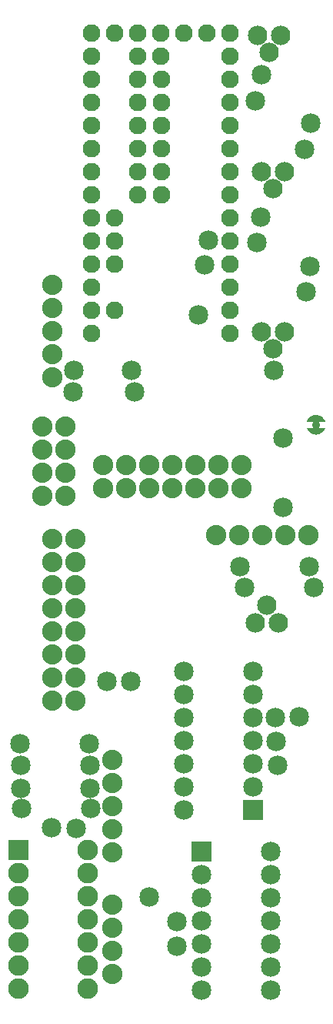
<source format=gbs>
G04 MADE WITH FRITZING*
G04 WWW.FRITZING.ORG*
G04 DOUBLE SIDED*
G04 HOLES PLATED*
G04 CONTOUR ON CENTER OF CONTOUR VECTOR*
%ASAXBY*%
%FSLAX23Y23*%
%MOIN*%
%OFA0B0*%
%SFA1.0B1.0*%
%ADD10C,0.088000*%
%ADD11C,0.085000*%
%ADD12C,0.089370*%
%ADD13C,0.084000*%
%ADD14C,0.035000*%
%ADD15C,0.076667*%
%ADD16R,0.089370X0.089370*%
%ADD17R,0.085000X0.085000*%
%ADD18R,0.001000X0.001000*%
%LNMASK0*%
G90*
G70*
G54D10*
X237Y3210D03*
X237Y3110D03*
X237Y3010D03*
X237Y2910D03*
X237Y2810D03*
X458Y2330D03*
X558Y2330D03*
X658Y2330D03*
X758Y2330D03*
X858Y2330D03*
X958Y2330D03*
X1058Y2330D03*
X458Y2330D03*
X558Y2330D03*
X658Y2330D03*
X758Y2330D03*
X858Y2330D03*
X958Y2330D03*
X1058Y2330D03*
X1058Y2430D03*
X958Y2430D03*
X858Y2430D03*
X758Y2430D03*
X658Y2430D03*
X558Y2430D03*
X458Y2430D03*
G54D11*
X330Y2841D03*
X580Y2841D03*
X328Y2748D03*
X593Y2748D03*
G54D10*
X237Y2109D03*
X237Y2009D03*
X237Y1909D03*
X237Y1809D03*
X237Y1709D03*
X237Y1609D03*
X237Y1509D03*
X237Y1409D03*
X237Y2109D03*
X237Y2009D03*
X237Y1909D03*
X237Y1809D03*
X237Y1709D03*
X237Y1609D03*
X237Y1509D03*
X237Y1409D03*
X337Y1409D03*
X337Y1509D03*
X337Y1609D03*
X337Y1709D03*
X337Y1809D03*
X337Y1909D03*
X337Y2009D03*
X337Y2109D03*
G54D12*
X89Y762D03*
X389Y762D03*
X89Y662D03*
X389Y662D03*
X89Y562D03*
X389Y562D03*
X89Y462D03*
X389Y462D03*
X89Y362D03*
X389Y362D03*
X89Y262D03*
X389Y262D03*
X89Y162D03*
X389Y162D03*
G54D10*
X292Y2295D03*
X292Y2395D03*
X292Y2495D03*
X292Y2595D03*
X292Y2295D03*
X292Y2395D03*
X292Y2495D03*
X292Y2595D03*
X192Y2595D03*
X192Y2495D03*
X192Y2395D03*
X192Y2295D03*
G54D11*
X577Y1494D03*
X341Y857D03*
G54D13*
X1226Y4291D03*
X1176Y4216D03*
X1126Y4291D03*
G54D11*
X778Y348D03*
X1203Y1336D03*
G54D13*
X1244Y3701D03*
X1194Y3626D03*
X1144Y3701D03*
G54D11*
X1208Y1232D03*
X777Y454D03*
G54D13*
X1116Y1747D03*
X1166Y1822D03*
X1216Y1747D03*
G54D11*
X869Y3081D03*
X656Y561D03*
G54D13*
X1242Y3007D03*
X1192Y2932D03*
X1142Y3007D03*
G54D11*
X897Y3295D03*
X1213Y1129D03*
X1329Y3796D03*
X1117Y4008D03*
X914Y3403D03*
X1306Y1339D03*
X1337Y3181D03*
X1124Y3393D03*
X232Y859D03*
X472Y1493D03*
X1350Y1989D03*
X1050Y1989D03*
X1237Y2246D03*
X1237Y2546D03*
X1143Y4121D03*
X1355Y3909D03*
X1140Y3504D03*
X1352Y3291D03*
X1071Y1900D03*
X1371Y1900D03*
X1196Y2840D03*
G54D14*
X1381Y2604D03*
G54D11*
X403Y943D03*
X103Y943D03*
X399Y1031D03*
X99Y1031D03*
X401Y1129D03*
X101Y1129D03*
X398Y1223D03*
X98Y1223D03*
X1106Y937D03*
X806Y937D03*
X1106Y1037D03*
X806Y1037D03*
X1106Y1137D03*
X806Y1137D03*
X1106Y1237D03*
X806Y1237D03*
X1106Y1337D03*
X806Y1337D03*
X1106Y1437D03*
X806Y1437D03*
X1106Y1537D03*
X806Y1537D03*
X882Y758D03*
X1182Y758D03*
X882Y658D03*
X1182Y658D03*
X882Y558D03*
X1182Y558D03*
X882Y458D03*
X1182Y458D03*
X882Y358D03*
X1182Y358D03*
X882Y258D03*
X1182Y258D03*
X882Y158D03*
X1182Y158D03*
G54D10*
X497Y228D03*
X497Y328D03*
X497Y428D03*
X497Y528D03*
X947Y2128D03*
X1047Y2128D03*
X1147Y2128D03*
X1247Y2128D03*
X1347Y2128D03*
X497Y753D03*
X497Y853D03*
X497Y953D03*
X497Y1053D03*
X497Y1153D03*
G54D15*
X408Y4300D03*
X408Y4200D03*
X408Y4100D03*
X408Y4000D03*
X408Y3900D03*
X408Y3800D03*
X408Y3700D03*
X408Y3600D03*
X408Y3500D03*
X408Y3400D03*
X408Y3300D03*
X408Y3200D03*
X408Y3100D03*
X408Y3000D03*
X508Y3100D03*
X1008Y4300D03*
X1008Y4200D03*
X1008Y4100D03*
X1008Y4000D03*
X1008Y3900D03*
X1008Y3800D03*
X1008Y3700D03*
X1008Y3600D03*
X1008Y3500D03*
X1008Y3400D03*
X1008Y3300D03*
X1008Y3200D03*
X1008Y3100D03*
X1008Y3000D03*
X508Y3400D03*
X508Y3300D03*
X508Y3500D03*
X808Y4300D03*
X908Y4300D03*
X708Y4300D03*
X508Y4300D03*
X608Y4300D03*
X408Y4300D03*
X408Y4200D03*
X408Y4100D03*
X408Y4000D03*
X408Y3900D03*
X408Y3800D03*
X408Y3700D03*
X408Y3600D03*
X408Y3500D03*
X408Y3400D03*
X408Y3300D03*
X408Y3200D03*
X408Y3100D03*
X408Y3000D03*
X508Y3100D03*
X1008Y4300D03*
X1008Y4200D03*
X1008Y4100D03*
X1008Y4000D03*
X1008Y3900D03*
X1008Y3800D03*
X1008Y3700D03*
X1008Y3600D03*
X1008Y3500D03*
X1008Y3400D03*
X1008Y3300D03*
X1008Y3200D03*
X1008Y3100D03*
X1008Y3000D03*
X508Y3400D03*
X508Y3300D03*
X508Y3500D03*
X808Y4300D03*
X908Y4300D03*
X708Y4300D03*
X508Y4300D03*
X608Y4300D03*
X608Y4200D03*
X608Y4200D03*
X708Y4200D03*
X708Y4200D03*
X710Y4100D03*
X710Y4000D03*
X710Y3900D03*
X710Y3800D03*
X710Y3700D03*
X710Y3600D03*
X710Y4100D03*
X710Y4000D03*
X710Y3900D03*
X710Y3800D03*
X710Y3700D03*
X710Y3600D03*
X608Y4100D03*
X608Y4000D03*
X608Y3900D03*
X608Y3800D03*
X608Y3700D03*
X608Y3600D03*
X608Y4100D03*
X608Y4000D03*
X608Y3900D03*
X608Y3800D03*
X608Y3700D03*
X608Y3600D03*
G54D16*
X89Y762D03*
G54D17*
X1106Y937D03*
X882Y758D03*
G54D18*
X1373Y2646D02*
X1387Y2646D01*
X1368Y2645D02*
X1391Y2645D01*
X1365Y2644D02*
X1394Y2644D01*
X1363Y2643D02*
X1397Y2643D01*
X1361Y2642D02*
X1399Y2642D01*
X1359Y2641D02*
X1401Y2641D01*
X1357Y2640D02*
X1402Y2640D01*
X1356Y2639D02*
X1404Y2639D01*
X1355Y2638D02*
X1405Y2638D01*
X1353Y2637D02*
X1406Y2637D01*
X1352Y2636D02*
X1407Y2636D01*
X1351Y2635D02*
X1408Y2635D01*
X1350Y2634D02*
X1410Y2634D01*
X1349Y2633D02*
X1411Y2633D01*
X1348Y2632D02*
X1411Y2632D01*
X1347Y2631D02*
X1412Y2631D01*
X1347Y2630D02*
X1413Y2630D01*
X1346Y2629D02*
X1414Y2629D01*
X1345Y2628D02*
X1414Y2628D01*
X1344Y2627D02*
X1415Y2627D01*
X1344Y2626D02*
X1416Y2626D01*
X1343Y2625D02*
X1416Y2625D01*
X1343Y2624D02*
X1417Y2624D01*
X1342Y2623D02*
X1417Y2623D01*
X1342Y2622D02*
X1418Y2622D01*
X1341Y2621D02*
X1418Y2621D01*
X1341Y2620D02*
X1419Y2620D01*
X1341Y2619D02*
X1419Y2619D01*
X1340Y2618D02*
X1419Y2618D01*
X1340Y2590D02*
X1419Y2590D01*
X1341Y2589D02*
X1419Y2589D01*
X1341Y2588D02*
X1418Y2588D01*
X1342Y2587D02*
X1418Y2587D01*
X1342Y2586D02*
X1418Y2586D01*
X1343Y2585D02*
X1417Y2585D01*
X1343Y2584D02*
X1417Y2584D01*
X1344Y2583D02*
X1416Y2583D01*
X1344Y2582D02*
X1415Y2582D01*
X1345Y2581D02*
X1415Y2581D01*
X1345Y2580D02*
X1414Y2580D01*
X1346Y2579D02*
X1413Y2579D01*
X1347Y2578D02*
X1413Y2578D01*
X1348Y2577D02*
X1412Y2577D01*
X1349Y2576D02*
X1411Y2576D01*
X1350Y2575D02*
X1410Y2575D01*
X1351Y2574D02*
X1409Y2574D01*
X1352Y2573D02*
X1408Y2573D01*
X1353Y2572D02*
X1407Y2572D01*
X1354Y2571D02*
X1406Y2571D01*
X1355Y2570D02*
X1404Y2570D01*
X1357Y2569D02*
X1403Y2569D01*
X1358Y2568D02*
X1401Y2568D01*
X1360Y2567D02*
X1400Y2567D01*
X1362Y2566D02*
X1398Y2566D01*
X1364Y2565D02*
X1395Y2565D01*
X1367Y2564D02*
X1393Y2564D01*
X1370Y2563D02*
X1389Y2563D01*
X1376Y2562D02*
X1383Y2562D01*
D02*
G04 End of Mask0*
M02*
</source>
